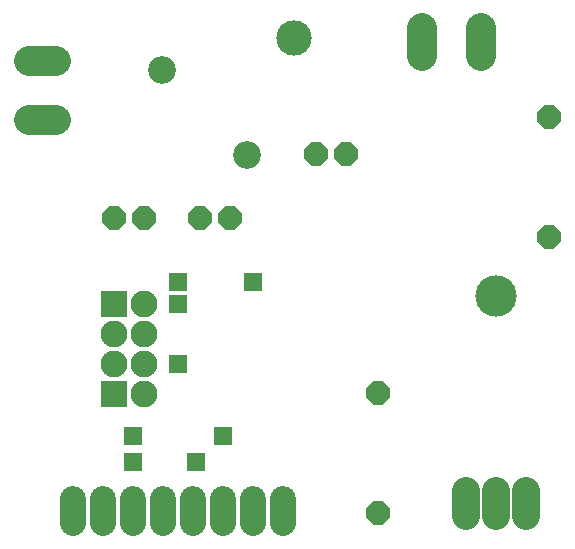
<source format=gbr>
G04 EAGLE Gerber RS-274X export*
G75*
%MOMM*%
%FSLAX34Y34*%
%LPD*%
%INSoldermask Top*%
%IPPOS*%
%AMOC8*
5,1,8,0,0,1.08239X$1,22.5*%
G01*
%ADD10P,2.199416X8X202.500000*%
%ADD11P,2.199416X8X22.500000*%
%ADD12C,2.336800*%
%ADD13C,2.336800*%
%ADD14C,3.505200*%
%ADD15P,2.199416X8X112.500000*%
%ADD16R,2.269200X2.269200*%
%ADD17C,2.269200*%
%ADD18C,2.540000*%
%ADD19C,2.235200*%
%ADD20C,3.003200*%
%ADD21R,1.503200X1.503200*%


D10*
X193675Y307975D03*
X168275Y307975D03*
D11*
X95250Y307975D03*
X120650Y307975D03*
D12*
X208301Y361884D03*
X136459Y433726D03*
D10*
X292100Y361950D03*
X266700Y361950D03*
D13*
X393700Y77343D02*
X393700Y56007D01*
X419100Y56007D02*
X419100Y77343D01*
X444500Y77343D02*
X444500Y56007D01*
D14*
X419100Y241935D03*
D15*
X318659Y58015D03*
X318659Y159615D03*
X463550Y292100D03*
X463550Y393700D03*
D16*
X95475Y234950D03*
D17*
X95475Y209550D03*
X95475Y184150D03*
D16*
X95475Y158750D03*
D17*
X120875Y158750D03*
X120875Y184150D03*
X120875Y209550D03*
X120875Y234950D03*
D18*
X46609Y441071D02*
X23241Y441071D01*
X23241Y390779D02*
X46609Y390779D01*
X406146Y445516D02*
X406146Y468884D01*
X355854Y468884D02*
X355854Y445516D01*
D19*
X60325Y70485D02*
X60325Y50165D01*
X85725Y50165D02*
X85725Y70485D01*
X111125Y70485D02*
X111125Y50165D01*
X136525Y50165D02*
X136525Y70485D01*
X161925Y70485D02*
X161925Y50165D01*
X187325Y50165D02*
X187325Y70485D01*
X212725Y70485D02*
X212725Y50165D01*
X238125Y50165D02*
X238125Y70485D01*
D20*
X247650Y460375D03*
D21*
X111125Y123825D03*
X187325Y123825D03*
X149225Y234950D03*
X149225Y184150D03*
X149225Y254000D03*
X212725Y254000D03*
X111125Y101600D03*
X165100Y101600D03*
M02*

</source>
